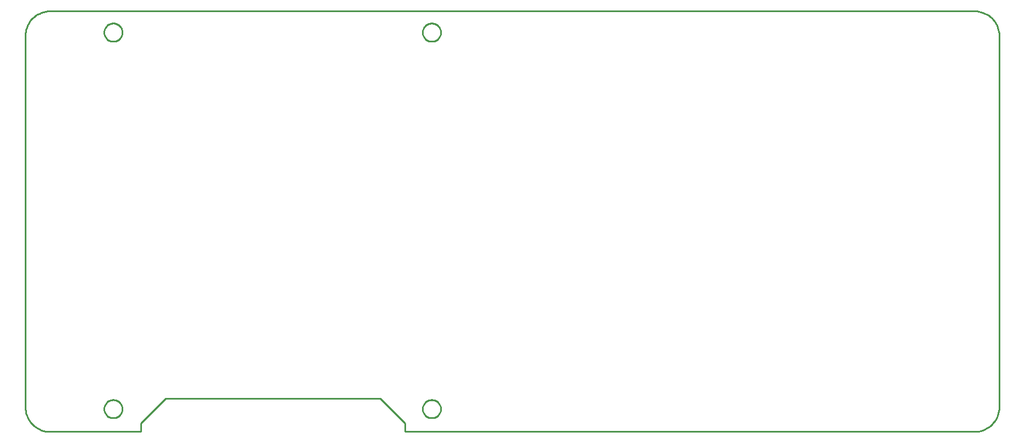
<source format=gbr>
G04 EAGLE Gerber RS-274X export*
G75*
%MOMM*%
%FSLAX34Y34*%
%LPD*%
%IN*%
%IPPOS*%
%AMOC8*
5,1,8,0,0,1.08239X$1,22.5*%
G01*
%ADD10C,0.254000*%


D10*
X-177800Y-304800D02*
X-177655Y-308121D01*
X-177221Y-311416D01*
X-176502Y-314661D01*
X-175502Y-317831D01*
X-174230Y-320902D01*
X-172696Y-323850D01*
X-170910Y-326653D01*
X-168886Y-329290D01*
X-166641Y-331741D01*
X-164190Y-333986D01*
X-161553Y-336010D01*
X-158750Y-337796D01*
X-155802Y-339330D01*
X-152731Y-340602D01*
X-149561Y-341602D01*
X-146316Y-342321D01*
X-143021Y-342755D01*
X-139700Y-342900D01*
X0Y-342900D01*
X0Y-330200D01*
X38100Y-292100D01*
X368300Y-292100D01*
X406400Y-330200D01*
X406400Y-342900D01*
X1282700Y-342900D01*
X1286021Y-342755D01*
X1289316Y-342321D01*
X1292561Y-341602D01*
X1295731Y-340602D01*
X1298802Y-339330D01*
X1301750Y-337796D01*
X1304553Y-336010D01*
X1307190Y-333986D01*
X1309641Y-331741D01*
X1311886Y-329290D01*
X1313910Y-326653D01*
X1315696Y-323850D01*
X1317230Y-320902D01*
X1318502Y-317831D01*
X1319502Y-314661D01*
X1320221Y-311416D01*
X1320655Y-308121D01*
X1320800Y-304800D01*
X1320800Y266700D01*
X1320655Y270021D01*
X1320221Y273316D01*
X1319502Y276561D01*
X1318502Y279731D01*
X1317230Y282802D01*
X1315696Y285750D01*
X1313910Y288553D01*
X1311886Y291190D01*
X1309641Y293641D01*
X1307190Y295886D01*
X1304553Y297910D01*
X1301750Y299696D01*
X1298802Y301230D01*
X1295731Y302502D01*
X1292561Y303502D01*
X1289316Y304221D01*
X1286021Y304655D01*
X1282700Y304800D01*
X-139700Y304800D01*
X-143021Y304655D01*
X-146316Y304221D01*
X-149561Y303502D01*
X-152731Y302502D01*
X-155802Y301230D01*
X-158750Y299696D01*
X-161553Y297910D01*
X-164190Y295886D01*
X-166641Y293641D01*
X-168886Y291190D01*
X-170910Y288553D01*
X-172696Y285750D01*
X-174230Y282802D01*
X-175502Y279731D01*
X-176502Y276561D01*
X-177221Y273316D01*
X-177655Y270021D01*
X-177800Y266700D01*
X-177800Y-304800D01*
X448100Y-293900D02*
X449098Y-293971D01*
X450087Y-294114D01*
X451065Y-294326D01*
X452024Y-294608D01*
X452961Y-294957D01*
X453871Y-295373D01*
X454748Y-295852D01*
X455590Y-296393D01*
X456390Y-296992D01*
X457146Y-297647D01*
X457853Y-298354D01*
X458508Y-299110D01*
X459107Y-299910D01*
X459648Y-300752D01*
X460127Y-301629D01*
X460543Y-302539D01*
X460892Y-303476D01*
X461174Y-304436D01*
X461386Y-305413D01*
X461529Y-306403D01*
X461600Y-307400D01*
X461600Y-308400D01*
X461529Y-309398D01*
X461386Y-310387D01*
X461174Y-311365D01*
X460892Y-312324D01*
X460543Y-313261D01*
X460127Y-314171D01*
X459648Y-315048D01*
X459107Y-315890D01*
X458508Y-316690D01*
X457853Y-317446D01*
X457146Y-318153D01*
X456390Y-318808D01*
X455590Y-319407D01*
X454748Y-319948D01*
X453871Y-320427D01*
X452961Y-320843D01*
X452024Y-321192D01*
X451065Y-321474D01*
X450087Y-321686D01*
X449098Y-321829D01*
X448100Y-321900D01*
X447100Y-321900D01*
X446103Y-321829D01*
X445113Y-321686D01*
X444136Y-321474D01*
X443176Y-321192D01*
X442239Y-320843D01*
X441329Y-320427D01*
X440452Y-319948D01*
X439610Y-319407D01*
X438810Y-318808D01*
X438054Y-318153D01*
X437347Y-317446D01*
X436692Y-316690D01*
X436093Y-315890D01*
X435552Y-315048D01*
X435073Y-314171D01*
X434657Y-313261D01*
X434308Y-312324D01*
X434026Y-311365D01*
X433814Y-310387D01*
X433671Y-309398D01*
X433600Y-308400D01*
X433600Y-307400D01*
X433671Y-306403D01*
X433814Y-305413D01*
X434026Y-304436D01*
X434308Y-303476D01*
X434657Y-302539D01*
X435073Y-301629D01*
X435552Y-300752D01*
X436093Y-299910D01*
X436692Y-299110D01*
X437347Y-298354D01*
X438054Y-297647D01*
X438810Y-296992D01*
X439610Y-296393D01*
X440452Y-295852D01*
X441329Y-295373D01*
X442239Y-294957D01*
X443176Y-294608D01*
X444136Y-294326D01*
X445113Y-294114D01*
X446103Y-293971D01*
X447100Y-293900D01*
X448100Y-293900D01*
X-41900Y-293900D02*
X-40903Y-293971D01*
X-39913Y-294114D01*
X-38936Y-294326D01*
X-37976Y-294608D01*
X-37039Y-294957D01*
X-36129Y-295373D01*
X-35252Y-295852D01*
X-34410Y-296393D01*
X-33610Y-296992D01*
X-32854Y-297647D01*
X-32147Y-298354D01*
X-31492Y-299110D01*
X-30893Y-299910D01*
X-30352Y-300752D01*
X-29873Y-301629D01*
X-29457Y-302539D01*
X-29108Y-303476D01*
X-28826Y-304436D01*
X-28614Y-305413D01*
X-28471Y-306403D01*
X-28400Y-307400D01*
X-28400Y-308400D01*
X-28471Y-309398D01*
X-28614Y-310387D01*
X-28826Y-311365D01*
X-29108Y-312324D01*
X-29457Y-313261D01*
X-29873Y-314171D01*
X-30352Y-315048D01*
X-30893Y-315890D01*
X-31492Y-316690D01*
X-32147Y-317446D01*
X-32854Y-318153D01*
X-33610Y-318808D01*
X-34410Y-319407D01*
X-35252Y-319948D01*
X-36129Y-320427D01*
X-37039Y-320843D01*
X-37976Y-321192D01*
X-38936Y-321474D01*
X-39913Y-321686D01*
X-40903Y-321829D01*
X-41900Y-321900D01*
X-42900Y-321900D01*
X-43898Y-321829D01*
X-44887Y-321686D01*
X-45865Y-321474D01*
X-46824Y-321192D01*
X-47761Y-320843D01*
X-48671Y-320427D01*
X-49548Y-319948D01*
X-50390Y-319407D01*
X-51190Y-318808D01*
X-51946Y-318153D01*
X-52653Y-317446D01*
X-53308Y-316690D01*
X-53907Y-315890D01*
X-54448Y-315048D01*
X-54927Y-314171D01*
X-55343Y-313261D01*
X-55692Y-312324D01*
X-55974Y-311365D01*
X-56186Y-310387D01*
X-56329Y-309398D01*
X-56400Y-308400D01*
X-56400Y-307400D01*
X-56329Y-306403D01*
X-56186Y-305413D01*
X-55974Y-304436D01*
X-55692Y-303476D01*
X-55343Y-302539D01*
X-54927Y-301629D01*
X-54448Y-300752D01*
X-53907Y-299910D01*
X-53308Y-299110D01*
X-52653Y-298354D01*
X-51946Y-297647D01*
X-51190Y-296992D01*
X-50390Y-296393D01*
X-49548Y-295852D01*
X-48671Y-295373D01*
X-47761Y-294957D01*
X-46824Y-294608D01*
X-45865Y-294326D01*
X-44887Y-294114D01*
X-43898Y-293971D01*
X-42900Y-293900D01*
X-41900Y-293900D01*
X-41900Y286100D02*
X-40903Y286029D01*
X-39913Y285886D01*
X-38936Y285674D01*
X-37976Y285392D01*
X-37039Y285043D01*
X-36129Y284627D01*
X-35252Y284148D01*
X-34410Y283607D01*
X-33610Y283008D01*
X-32854Y282353D01*
X-32147Y281646D01*
X-31492Y280890D01*
X-30893Y280090D01*
X-30352Y279248D01*
X-29873Y278371D01*
X-29457Y277461D01*
X-29108Y276524D01*
X-28826Y275565D01*
X-28614Y274587D01*
X-28471Y273598D01*
X-28400Y272600D01*
X-28400Y271600D01*
X-28471Y270603D01*
X-28614Y269613D01*
X-28826Y268636D01*
X-29108Y267676D01*
X-29457Y266739D01*
X-29873Y265829D01*
X-30352Y264952D01*
X-30893Y264110D01*
X-31492Y263310D01*
X-32147Y262554D01*
X-32854Y261847D01*
X-33610Y261192D01*
X-34410Y260593D01*
X-35252Y260052D01*
X-36129Y259573D01*
X-37039Y259157D01*
X-37976Y258808D01*
X-38936Y258526D01*
X-39913Y258314D01*
X-40903Y258171D01*
X-41900Y258100D01*
X-42900Y258100D01*
X-43898Y258171D01*
X-44887Y258314D01*
X-45865Y258526D01*
X-46824Y258808D01*
X-47761Y259157D01*
X-48671Y259573D01*
X-49548Y260052D01*
X-50390Y260593D01*
X-51190Y261192D01*
X-51946Y261847D01*
X-52653Y262554D01*
X-53308Y263310D01*
X-53907Y264110D01*
X-54448Y264952D01*
X-54927Y265829D01*
X-55343Y266739D01*
X-55692Y267676D01*
X-55974Y268636D01*
X-56186Y269613D01*
X-56329Y270603D01*
X-56400Y271600D01*
X-56400Y272600D01*
X-56329Y273598D01*
X-56186Y274587D01*
X-55974Y275565D01*
X-55692Y276524D01*
X-55343Y277461D01*
X-54927Y278371D01*
X-54448Y279248D01*
X-53907Y280090D01*
X-53308Y280890D01*
X-52653Y281646D01*
X-51946Y282353D01*
X-51190Y283008D01*
X-50390Y283607D01*
X-49548Y284148D01*
X-48671Y284627D01*
X-47761Y285043D01*
X-46824Y285392D01*
X-45865Y285674D01*
X-44887Y285886D01*
X-43898Y286029D01*
X-42900Y286100D01*
X-41900Y286100D01*
X448100Y286100D02*
X449098Y286029D01*
X450087Y285886D01*
X451065Y285674D01*
X452024Y285392D01*
X452961Y285043D01*
X453871Y284627D01*
X454748Y284148D01*
X455590Y283607D01*
X456390Y283008D01*
X457146Y282353D01*
X457853Y281646D01*
X458508Y280890D01*
X459107Y280090D01*
X459648Y279248D01*
X460127Y278371D01*
X460543Y277461D01*
X460892Y276524D01*
X461174Y275565D01*
X461386Y274587D01*
X461529Y273598D01*
X461600Y272600D01*
X461600Y271600D01*
X461529Y270603D01*
X461386Y269613D01*
X461174Y268636D01*
X460892Y267676D01*
X460543Y266739D01*
X460127Y265829D01*
X459648Y264952D01*
X459107Y264110D01*
X458508Y263310D01*
X457853Y262554D01*
X457146Y261847D01*
X456390Y261192D01*
X455590Y260593D01*
X454748Y260052D01*
X453871Y259573D01*
X452961Y259157D01*
X452024Y258808D01*
X451065Y258526D01*
X450087Y258314D01*
X449098Y258171D01*
X448100Y258100D01*
X447100Y258100D01*
X446103Y258171D01*
X445113Y258314D01*
X444136Y258526D01*
X443176Y258808D01*
X442239Y259157D01*
X441329Y259573D01*
X440452Y260052D01*
X439610Y260593D01*
X438810Y261192D01*
X438054Y261847D01*
X437347Y262554D01*
X436692Y263310D01*
X436093Y264110D01*
X435552Y264952D01*
X435073Y265829D01*
X434657Y266739D01*
X434308Y267676D01*
X434026Y268636D01*
X433814Y269613D01*
X433671Y270603D01*
X433600Y271600D01*
X433600Y272600D01*
X433671Y273598D01*
X433814Y274587D01*
X434026Y275565D01*
X434308Y276524D01*
X434657Y277461D01*
X435073Y278371D01*
X435552Y279248D01*
X436093Y280090D01*
X436692Y280890D01*
X437347Y281646D01*
X438054Y282353D01*
X438810Y283008D01*
X439610Y283607D01*
X440452Y284148D01*
X441329Y284627D01*
X442239Y285043D01*
X443176Y285392D01*
X444136Y285674D01*
X445113Y285886D01*
X446103Y286029D01*
X447100Y286100D01*
X448100Y286100D01*
M02*

</source>
